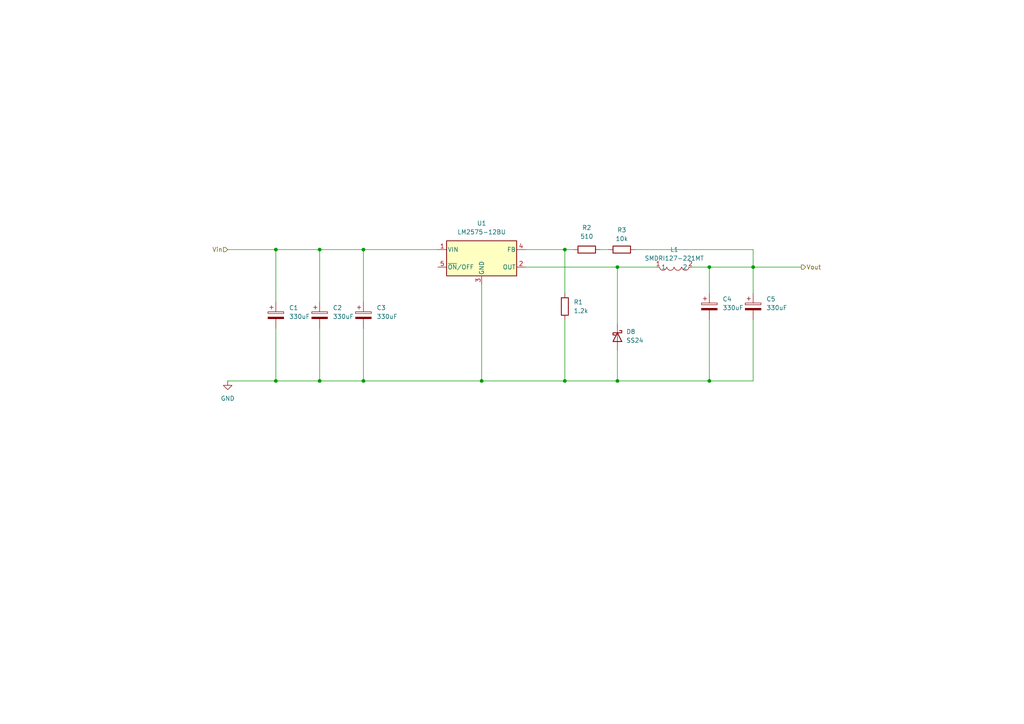
<source format=kicad_sch>
(kicad_sch (version 20250114) (generator "eeschema") (generator_version "9.0")
  (paper "A4")
  (lib_symbols
    (symbol "Device:C_Polarized" (pin_numbers (hide yes)) (pin_names (offset 0.254))
      (property "Reference" "C" (at 0.635 2.54 0))
      (property "Value" "C_Polarized" (at 0.635 -2.54 0))
      (symbol "C_Polarized_0_1"
        (rectangle (start -2.286 0.508) (end 2.286 1.016))
        (polyline (pts (xy -1.778 2.286) (xy -0.762 2.286)))
        (polyline (pts (xy -1.27 2.794) (xy -1.27 1.778)))
        (rectangle (start 2.286 -0.508) (end -2.286 -1.016) (fill (type outline)))
      )
      (symbol "C_Polarized_1_1"
        (pin passive line (at 0 3.81 270) (length 2.794) (name "~") (number "1"))
        (pin passive line (at 0 -3.81 90) (length 2.794) (name "~") (number "2"))
      )
    )
    (symbol "Device:R" (pin_numbers (hide yes)) (pin_names (offset 0))
      (property "Reference" "R" (at 2.032 0 90))
      (property "Value" "R" (at 0 0 90))
      (symbol "R_0_1"
        (rectangle (start -1.016 -2.54) (end 1.016 2.54) (stroke (width 0.254)))
      )
      (symbol "R_1_1"
        (pin passive line (at 0 3.81 270) (length 1.27) (name "~") (number "1"))
        (pin passive line (at 0 -3.81 90) (length 1.27) (name "~") (number "2"))
      )
    )
    (symbol "Diode:SS24" (pin_numbers (hide yes)) (pin_names (offset 1.016) (hide yes))
      (property "Reference" "D" (at 0 2.54 0))
      (property "Value" "SS24" (at 0 -2.54 0))
      (symbol "SS24_0_1"
        (polyline (pts (xy -1.905 0.635) (xy -1.905 1.27) (xy -1.27 1.27) (xy -1.27 -1.27) (xy -0.635 -1.27) (xy -0.635 -0.635)) (stroke (width 0.254)))
        (polyline (pts (xy 1.27 1.27) (xy 1.27 -1.27) (xy -1.27 0) (xy 1.27 1.27)) (stroke (width 0.254)))
        (polyline (pts (xy 1.27 0) (xy -1.27 0)))
      )
      (symbol "SS24_1_1"
        (pin passive line (at -3.81 0 0) (length 2.54) (name "K") (number "1"))
        (pin passive line (at 3.81 0 180) (length 2.54) (name "A") (number "2"))
      )
    )
    (symbol "Passive:SMDRI127-221MT"
      (property "Reference" "L" (at 0 5.08 0))
      (property "Value" "SMDRI127-221MT" (at 0 -5.08 0))
      (symbol "SMDRI127-221MT_0_1"
        (arc (start -2.27 -0.02) (mid -3.28 -0.937) (end -4.29 -0.02))
        (arc (start -0.11 -0.02) (mid -1.12 -0.937) (end -2.13 -0.02))
        (arc (start 2.04 -0.02) (mid 1.03 -0.937) (end 0.02 -0.02))
        (arc (start 4.23 -0.02) (mid 3.22 -0.9448) (end 2.21 -0.02))
        (pin unspecified line (at -5.08 0 0) (length 0.762) (name "1") (number "1"))
        (pin unspecified line (at 5.08 0 180) (length 0.762) (name "2") (number "2"))
      )
    )
    (symbol "Regulator_Switching:LM2575-12BU" (pin_names (offset 0.254))
      (property "Reference" "U" (at -10.16 6.35 0))
      (property "Value" "LM2575-12BU" (at 0 6.35 0))
      (symbol "LM2575-12BU_0_1"
        (rectangle (start -10.16 5.08) (end 10.16 -5.08) (stroke (width 0.254)) (fill (type background)))
      )
      (symbol "LM2575-12BU_1_1"
        (pin power_in line (at -12.7 2.54 0) (length 2.54) (name "VIN") (number "1"))
        (pin input line (at -12.7 -2.54 0) (length 2.54) (name "~{ON}/OFF") (number "5"))
        (pin power_in line (at 0 -7.62 90) (length 2.54) (name "GND") (number "3"))
        (pin input line (at 12.7 2.54 180) (length 2.54) (name "FB") (number "4"))
        (pin output line (at 12.7 -2.54 180) (length 2.54) (name "OUT") (number "2"))
      )
    )
    (symbol "power:GND" (power) (pin_numbers (hide yes)) (pin_names (offset 0) (hide yes))
      (property "Value" "GND" (at 0 -3.81 0))
      (symbol "GND_0_1"
        (polyline (pts (xy 0 0) (xy 0 -1.27) (xy 1.27 -1.27) (xy 0 -2.54) (xy -1.27 -1.27) (xy 0 -1.27)))
      )
      (symbol "GND_1_1"
        (pin power_in line (at 0 0 270) (length 0) (name "~") (number "1"))
      )
    )
  )
  (junction (at 205.74 110.49))
  (junction (at 80.01 110.49))
  (junction (at 92.71 110.49))
  (junction (at 92.71 72.39))
  (junction (at 218.44 77.47))
  (junction (at 179.07 110.49))
  (junction (at 205.74 77.47))
  (junction (at 179.07 77.47))
  (junction (at 163.83 72.39))
  (junction (at 80.01 72.39))
  (junction (at 163.83 110.49))
  (junction (at 105.41 110.49))
  (junction (at 105.41 72.39))
  (junction (at 139.7 110.49))
  (wire (pts (xy 218.44 77.47) (xy 205.74 77.47)))
  (wire (pts (xy 80.01 110.49) (xy 92.71 110.49)))
  (wire (pts (xy 92.71 72.39) (xy 105.41 72.39)))
  (wire (pts (xy 163.83 72.39) (xy 163.83 85.09)))
  (wire (pts (xy 166.37 72.39) (xy 163.83 72.39)))
  (wire (pts (xy 163.83 92.71) (xy 163.83 110.49)))
  (wire (pts (xy 232.41 77.47) (xy 218.44 77.47)))
  (wire (pts (xy 80.01 95.25) (xy 80.01 110.49)))
  (wire (pts (xy 179.07 77.47) (xy 190.5 77.47)))
  (wire (pts (xy 92.71 72.39) (xy 92.71 87.63)))
  (wire (pts (xy 205.74 110.49) (xy 218.44 110.49)))
  (wire (pts (xy 66.04 72.39) (xy 80.01 72.39)))
  (wire (pts (xy 139.7 82.55) (xy 139.7 110.49)))
  (wire (pts (xy 179.07 110.49) (xy 205.74 110.49)))
  (wire (pts (xy 205.74 92.71) (xy 205.74 110.49)))
  (wire (pts (xy 218.44 110.49) (xy 218.44 92.71)))
  (wire (pts (xy 218.44 85.09) (xy 218.44 77.47)))
  (wire (pts (xy 139.7 110.49) (xy 163.83 110.49)))
  (wire (pts (xy 105.41 95.25) (xy 105.41 110.49)))
  (wire (pts (xy 205.74 77.47) (xy 200.66 77.47)))
  (wire (pts (xy 92.71 110.49) (xy 105.41 110.49)))
  (wire (pts (xy 80.01 72.39) (xy 92.71 72.39)))
  (wire (pts (xy 80.01 72.39) (xy 80.01 87.63)))
  (wire (pts (xy 105.41 72.39) (xy 127 72.39)))
  (wire (pts (xy 179.07 77.47) (xy 179.07 93.98)))
  (wire (pts (xy 163.83 72.39) (xy 152.4 72.39)))
  (wire (pts (xy 205.74 77.47) (xy 205.74 85.09)))
  (wire (pts (xy 184.15 72.39) (xy 218.44 72.39)))
  (wire (pts (xy 105.41 110.49) (xy 139.7 110.49)))
  (wire (pts (xy 105.41 72.39) (xy 105.41 87.63)))
  (wire (pts (xy 179.07 101.6) (xy 179.07 110.49)))
  (wire (pts (xy 173.99 72.39) (xy 176.53 72.39)))
  (wire (pts (xy 152.4 77.47) (xy 179.07 77.47)))
  (wire (pts (xy 218.44 72.39) (xy 218.44 77.47)))
  (wire (pts (xy 92.71 95.25) (xy 92.71 110.49)))
  (wire (pts (xy 163.83 110.49) (xy 179.07 110.49)))
  (wire (pts (xy 66.04 110.49) (xy 80.01 110.49)))
  (hierarchical_label "Vout" (shape output) (at 232.41 77.47 0))
  (hierarchical_label "Vin" (shape input) (at 66.04 72.39 180))
  (symbol (lib_id "Device:C_Polarized") (at 80.01 91.44 0) (unit 1)
    (property "Reference" "C1" (at 83.82 89.2809 0) (effects (justify left)))
    (property "Value" "330uF" (at 83.82 91.8209 0) (effects (justify left)))
    (property "Footprint" "Passive:CAP-SMD_BD10.0-L10.3-W10.3-LS10.9-FD" (effects (hide yes)))
    (property "Description" "Polarized capacitor" (effects (hide yes)))
    (property "LCSC Part" "C5263876" (effects (hide yes)))
    (property "Partnumber" "VT330UF35V167RV0132" (effects (hide yes)))
  )
  (symbol (lib_id "Device:C_Polarized") (at 92.71 91.44 0) (unit 1)
    (property "Reference" "C2" (at 96.52 89.2809 0) (effects (justify left)))
    (property "Value" "330uF" (at 96.52 91.8209 0) (effects (justify left)))
    (property "Footprint" "Passive:CAP-SMD_BD10.0-L10.3-W10.3-LS10.9-FD" (effects (hide yes)))
    (property "Description" "Polarized capacitor" (effects (hide yes)))
    (property "LCSC Part" "C5263876" (effects (hide yes)))
    (property "Partnumber" "VT330UF35V167RV0132" (effects (hide yes)))
  )
  (symbol (lib_id "Regulator_Switching:LM2575-12BU") (at 139.7 74.93 0) (unit 1)
    (property "Reference" "U1" (at 139.7 64.77 0))
    (property "Value" "LM2575-12BU" (at 139.7 67.31 0))
    (property "Footprint" "Package_TO_SOT_SMD:TO-263-5_TabPin3" (effects (hide yes)))
    (property "Datasheet" "http://ww1.microchip.com/downloads/en/DeviceDoc/lm2575.pdf" (effects (hide yes)))
    (property "Description" "Fixed 12V 52kHz Simple 1A Buck Regulator, TO-263" (effects (hide yes)))
  )
  (symbol (lib_id "Device:C_Polarized") (at 105.41 91.44 0) (unit 1)
    (property "Reference" "C3" (at 109.22 89.2809 0) (effects (justify left)))
    (property "Value" "330uF" (at 109.22 91.8209 0) (effects (justify left)))
    (property "Footprint" "Passive:CAP-SMD_BD10.0-L10.3-W10.3-LS10.9-FD" (effects (hide yes)))
    (property "Description" "Polarized capacitor" (effects (hide yes)))
    (property "LCSC Part" "C5263876" (effects (hide yes)))
    (property "Partnumber" "VT330UF35V167RV0132" (effects (hide yes)))
  )
  (symbol (lib_id "Device:C_Polarized") (at 205.74 88.9 0) (unit 1)
    (property "Reference" "C4" (at 209.55 86.7409 0) (effects (justify left)))
    (property "Value" "330uF" (at 209.55 89.2809 0) (effects (justify left)))
    (property "Footprint" "Passive:CAP-SMD_BD10.0-L10.3-W10.3-LS10.9-FD" (effects (hide yes)))
    (property "Description" "Polarized capacitor" (effects (hide yes)))
    (property "LCSC Part" "C5263876" (effects (hide yes)))
    (property "Partnumber" "VT330UF35V167RV0132" (effects (hide yes)))
  )
  (symbol (lib_id "Passive:SMDRI127-221MT") (at 195.58 77.47 0) (unit 1)
    (property "Reference" "L1" (at 195.58 72.39 0))
    (property "Value" "SMDRI127-221MT" (at 195.58 74.93 0))
    (property "Footprint" "Passive:IND-SMD_L12.3-W12.3_SMDRI127" (effects (hide yes)))
    (property "Datasheet" "https://lcsc.com/product-detail/Power-Inductors_220uH-20_C10151.html" (effects (hide yes)))
    (property "LCSC Part" "C10151" (effects (hide yes)))
  )
  (symbol (lib_id "Device:R") (at 163.83 88.9 180) (unit 1)
    (property "Reference" "R1" (at 166.37 87.6299 0) (effects (justify right)))
    (property "Value" "1.2k" (at 166.37 90.1699 0) (effects (justify right)))
    (property "Footprint" "Resistor_SMD:R_0603_1608Metric" (effects (hide yes)))
    (property "Description" "Resistor" (effects (hide yes)))
  )
  (symbol (lib_id "Device:R") (at 170.18 72.39 90) (unit 1)
    (property "Reference" "R2" (at 170.18 66.04 90))
    (property "Value" "510" (at 170.18 68.58 90))
    (property "Footprint" "Resistor_SMD:R_0603_1608Metric" (effects (hide yes)))
    (property "Description" "Resistor" (effects (hide yes)))
  )
  (symbol (lib_id "Diode:SS24") (at 179.07 97.79 270) (unit 1)
    (property "Reference" "D8" (at 181.61 96.2024 90) (effects (justify left)))
    (property "Value" "SS24" (at 181.61 98.7424 90) (effects (justify left)))
    (property "Footprint" "Diode_SMD:D_SMA" (effects (hide yes)))
    (property "Datasheet" "https://www.vishay.com/docs/88748/ss22.pdf" (effects (hide yes)))
    (property "Description" "40V 2A Schottky Diode, SMA" (effects (hide yes)))
  )
  (symbol (lib_id "Device:C_Polarized") (at 218.44 88.9 0) (unit 1)
    (property "Reference" "C5" (at 222.25 86.7409 0) (effects (justify left)))
    (property "Value" "330uF" (at 222.25 89.2809 0) (effects (justify left)))
    (property "Footprint" "Passive:CAP-SMD_BD10.0-L10.3-W10.3-LS10.9-FD" (effects (hide yes)))
    (property "Description" "Polarized capacitor" (effects (hide yes)))
    (property "LCSC Part" "C5263876" (effects (hide yes)))
    (property "Partnumber" "VT330UF35V167RV0132" (effects (hide yes)))
  )
  (symbol (lib_id "power:GND") (at 66.04 110.49 0) (unit 1)
    (property "Reference" "#PWR09" (effects (hide yes)))
    (property "Value" "GND" (at 66.04 115.57 0))
    (property "Description" "Power symbol creates a global label with name \"GND\" , ground" (effects (hide yes)))
  )
  (symbol (lib_id "Device:R") (at 180.34 72.39 90) (unit 1)
    (property "Reference" "R3" (at 180.34 66.7097 90))
    (property "Value" "10k" (at 180.34 69.2497 90))
    (property "Footprint" "Resistor_SMD:R_0603_1608Metric" (effects (hide yes)))
    (property "Description" "Resistor" (effects (hide yes)))
  )
)
</source>
